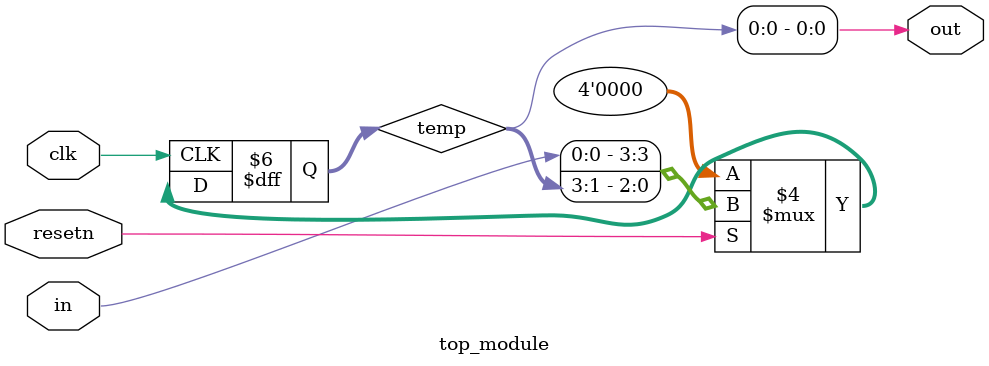
<source format=v>
module top_module (
    input clk,
    input resetn,   // synchronous reset
    input in,
    output out);
    reg [3:0]temp;
    always @(posedge clk) begin
        if(~resetn) temp<=0;
        else temp<={in,temp[3:1]};
    end
    assign out=temp[0];
endmodule

</source>
